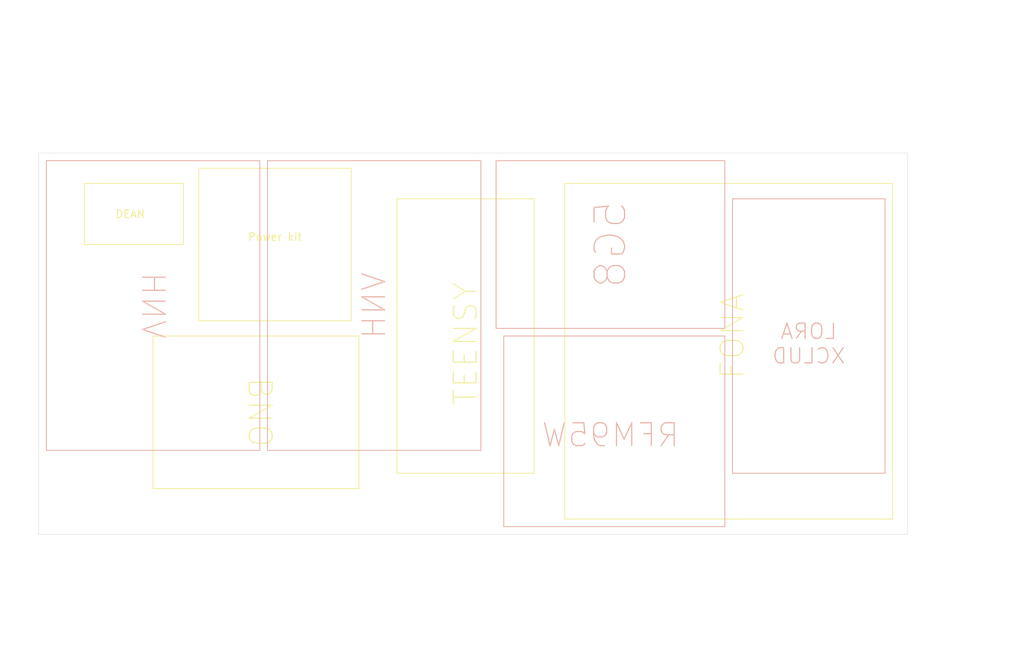
<source format=kicad_pcb>
(kicad_pcb (version 20171130) (host pcbnew "(5.1.4)-1")

  (general
    (thickness 1.6)
    (drawings 62)
    (tracks 0)
    (zones 0)
    (modules 0)
    (nets 1)
  )

  (page A4)
  (layers
    (0 F.Cu signal)
    (31 B.Cu signal)
    (32 B.Adhes user)
    (33 F.Adhes user)
    (34 B.Paste user)
    (35 F.Paste user)
    (36 B.SilkS user)
    (37 F.SilkS user)
    (38 B.Mask user)
    (39 F.Mask user)
    (40 Dwgs.User user)
    (41 Cmts.User user)
    (42 Eco1.User user)
    (43 Eco2.User user)
    (44 Edge.Cuts user)
    (45 Margin user)
    (46 B.CrtYd user)
    (47 F.CrtYd user)
    (48 B.Fab user)
    (49 F.Fab user)
  )

  (setup
    (last_trace_width 0.25)
    (trace_clearance 0.2)
    (zone_clearance 0.508)
    (zone_45_only no)
    (trace_min 0.2)
    (via_size 0.8)
    (via_drill 0.4)
    (via_min_size 0.4)
    (via_min_drill 0.3)
    (uvia_size 0.3)
    (uvia_drill 0.1)
    (uvias_allowed no)
    (uvia_min_size 0.2)
    (uvia_min_drill 0.1)
    (edge_width 0.05)
    (segment_width 0.2)
    (pcb_text_width 0.3)
    (pcb_text_size 1.5 1.5)
    (mod_edge_width 0.12)
    (mod_text_size 1 1)
    (mod_text_width 0.15)
    (pad_size 1.524 1.524)
    (pad_drill 0.762)
    (pad_to_mask_clearance 0.051)
    (solder_mask_min_width 0.25)
    (aux_axis_origin 0 0)
    (visible_elements FFFFFF7F)
    (pcbplotparams
      (layerselection 0x010fc_ffffffff)
      (usegerberextensions false)
      (usegerberattributes false)
      (usegerberadvancedattributes false)
      (creategerberjobfile false)
      (excludeedgelayer true)
      (linewidth 0.100000)
      (plotframeref false)
      (viasonmask false)
      (mode 1)
      (useauxorigin false)
      (hpglpennumber 1)
      (hpglpenspeed 20)
      (hpglpendiameter 15.000000)
      (psnegative false)
      (psa4output false)
      (plotreference true)
      (plotvalue true)
      (plotinvisibletext false)
      (padsonsilk false)
      (subtractmaskfromsilk false)
      (outputformat 1)
      (mirror false)
      (drillshape 1)
      (scaleselection 1)
      (outputdirectory ""))
  )

  (net 0 "")

  (net_class Default "This is the default net class."
    (clearance 0.2)
    (trace_width 0.25)
    (via_dia 0.8)
    (via_drill 0.4)
    (uvia_dia 0.3)
    (uvia_drill 0.1)
  )

  (dimension 114 (width 0.15) (layer Dwgs.User)
    (gr_text "114.000001 mm" (at 87 137.3) (layer Dwgs.User)
      (effects (font (size 2 2) (thickness 0.15)))
    )
    (feature1 (pts (xy 144 120) (xy 144 136.586421)))
    (feature2 (pts (xy 30 120) (xy 30 136.586421)))
    (crossbar (pts (xy 30 136) (xy 144 136)))
    (arrow1a (pts (xy 144 136) (xy 142.873496 136.586421)))
    (arrow1b (pts (xy 144 136) (xy 142.873496 135.413579)))
    (arrow2a (pts (xy 30 136) (xy 31.126504 136.586421)))
    (arrow2b (pts (xy 30 136) (xy 31.126504 135.413579)))
  )
  (dimension 50 (width 0.15) (layer Dwgs.User)
    (gr_text "50 mm" (at 155.3 95 270) (layer Dwgs.User)
      (effects (font (size 2 2) (thickness 0.15)))
    )
    (feature1 (pts (xy 144 120) (xy 154.586421 120)))
    (feature2 (pts (xy 144 70) (xy 154.586421 70)))
    (crossbar (pts (xy 154 70) (xy 154 120)))
    (arrow1a (pts (xy 154 120) (xy 153.413579 118.873496)))
    (arrow1b (pts (xy 154 120) (xy 154.586421 118.873496)))
    (arrow2a (pts (xy 154 70) (xy 153.413579 71.126504)))
    (arrow2b (pts (xy 154 70) (xy 154.586421 71.126504)))
  )
  (gr_text "HIGH DENSITY REGION" (at 74 125) (layer Cmts.User)
    (effects (font (size 4 4) (thickness 0.15)))
  )
  (gr_line (start 144 70) (end 144 120) (layer Edge.Cuts) (width 0.05))
  (gr_line (start 25 50) (end 119 50) (layer Cmts.User) (width 0.15) (tstamp 5DDB6FBE))
  (gr_line (start 25 130) (end 25 50) (layer Cmts.User) (width 0.15))
  (gr_line (start 119 130) (end 25 130) (layer Cmts.User) (width 0.15))
  (gr_line (start 119 50) (end 119 130) (layer Cmts.User) (width 0.15))
  (gr_text "EMISSION DIRECTION -->" (at 89 65) (layer Dwgs.User)
    (effects (font (size 6 6) (thickness 0.15)))
  )
  (gr_text "Power kit" (at 61 81) (layer F.SilkS)
    (effects (font (size 1 1) (thickness 0.15)))
  )
  (gr_line (start 51 72) (end 51 92) (layer F.SilkS) (width 0.12) (tstamp 5DDB6E97))
  (gr_line (start 71 72) (end 51 72) (layer F.SilkS) (width 0.12))
  (gr_line (start 71 92) (end 71 72) (layer F.SilkS) (width 0.12))
  (gr_line (start 51 92) (end 71 92) (layer F.SilkS) (width 0.12))
  (gr_text DEAN (at 42 78) (layer F.SilkS)
    (effects (font (size 1 1) (thickness 0.15)))
  )
  (gr_line (start 36 74) (end 36 82) (layer F.SilkS) (width 0.12) (tstamp 5DDB6911))
  (gr_line (start 49 74) (end 36 74) (layer F.SilkS) (width 0.12))
  (gr_line (start 49 82) (end 49 74) (layer F.SilkS) (width 0.12))
  (gr_line (start 36 82) (end 49 82) (layer F.SilkS) (width 0.12))
  (gr_text 5G8 (at 105 82 90) (layer B.SilkS)
    (effects (font (size 4 4) (thickness 0.15)) (justify mirror))
  )
  (gr_line (start 90 93) (end 120 93) (layer B.SilkS) (width 0.12) (tstamp 5DDB6737))
  (gr_line (start 90 71) (end 90 93) (layer B.SilkS) (width 0.12))
  (gr_line (start 120 71) (end 90 71) (layer B.SilkS) (width 0.12))
  (gr_line (start 120 93) (end 120 71) (layer B.SilkS) (width 0.12))
  (gr_line (start 60 71) (end 88 71) (layer B.SilkS) (width 0.12) (tstamp 5DDB640C))
  (gr_line (start 88 109) (end 60 109) (layer B.SilkS) (width 0.12) (tstamp 5DDB640B))
  (gr_line (start 88 71) (end 88 109) (layer B.SilkS) (width 0.12) (tstamp 5DDB640A))
  (gr_line (start 60 109) (end 60 71) (layer B.SilkS) (width 0.12) (tstamp 5DDB6409))
  (gr_text VNH (at 74 90 90) (layer B.SilkS) (tstamp 5DDB6408)
    (effects (font (size 3 3) (thickness 0.15)) (justify mirror))
  )
  (gr_text "LORA\nXCLUD" (at 131 95) (layer B.SilkS)
    (effects (font (size 2 2) (thickness 0.15)) (justify mirror))
  )
  (gr_line (start 121 112) (end 121 76) (layer B.SilkS) (width 0.12) (tstamp 5DDB6398))
  (gr_line (start 141 112) (end 121 112) (layer B.SilkS) (width 0.12))
  (gr_line (start 141 76) (end 141 112) (layer B.SilkS) (width 0.12))
  (gr_line (start 121 76) (end 141 76) (layer B.SilkS) (width 0.12))
  (gr_line (start 30 120) (end 144 120) (layer Edge.Cuts) (width 0.05))
  (gr_line (start 30 70) (end 144 70) (layer Edge.Cuts) (width 0.05))
  (gr_line (start 30 70) (end 30 120) (layer Edge.Cuts) (width 0.05))
  (gr_text VNH (at 45 90 270) (layer B.SilkS)
    (effects (font (size 3 3) (thickness 0.15)) (justify mirror))
  )
  (gr_line (start 31 71) (end 59 71) (layer B.SilkS) (width 0.12) (tstamp 5DDB62DC))
  (gr_line (start 31 109) (end 31 71) (layer B.SilkS) (width 0.12))
  (gr_line (start 59 109) (end 31 109) (layer B.SilkS) (width 0.12))
  (gr_line (start 59 71) (end 59 109) (layer B.SilkS) (width 0.12))
  (gr_text RFM95W (at 105 107) (layer B.SilkS)
    (effects (font (size 3 3) (thickness 0.15)) (justify mirror))
  )
  (gr_line (start 91 119) (end 91 94) (layer B.SilkS) (width 0.12) (tstamp 5DDB626C))
  (gr_line (start 120 119) (end 91 119) (layer B.SilkS) (width 0.12))
  (gr_line (start 120 94) (end 120 119) (layer B.SilkS) (width 0.12))
  (gr_line (start 91 94) (end 120 94) (layer B.SilkS) (width 0.12))
  (gr_text TEENSY (at 86 95 90) (layer F.SilkS)
    (effects (font (size 3 3) (thickness 0.15)))
  )
  (gr_line (start 77 112) (end 95 112) (layer F.SilkS) (width 0.12) (tstamp 5DDB6220))
  (gr_line (start 77 76) (end 77 112) (layer F.SilkS) (width 0.12))
  (gr_line (start 95 76) (end 77 76) (layer F.SilkS) (width 0.12))
  (gr_line (start 95 112) (end 95 76) (layer F.SilkS) (width 0.12))
  (gr_text BNO (at 59 104 -90) (layer F.SilkS)
    (effects (font (size 3 3) (thickness 0.15)))
  )
  (gr_line (start 72 94) (end 45 94) (layer F.SilkS) (width 0.12) (tstamp 5DDB61EC))
  (gr_line (start 72 114) (end 72 94) (layer F.SilkS) (width 0.12))
  (gr_line (start 45 114) (end 72 114) (layer F.SilkS) (width 0.12))
  (gr_line (start 45 94) (end 45 114) (layer F.SilkS) (width 0.12))
  (gr_text FONA (at 121 94 90) (layer F.SilkS)
    (effects (font (size 3 3) (thickness 0.15)))
  )
  (gr_line (start 99 118) (end 142 118) (layer F.SilkS) (width 0.12) (tstamp 5DDB6173))
  (gr_line (start 99 74) (end 99 118) (layer F.SilkS) (width 0.12))
  (gr_line (start 142 74) (end 99 74) (layer F.SilkS) (width 0.12))
  (gr_line (start 142 118) (end 142 74) (layer F.SilkS) (width 0.12))

)

</source>
